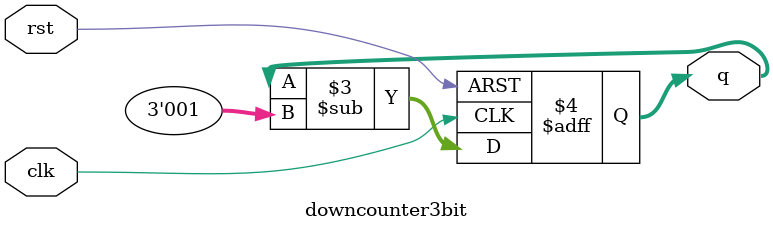
<source format=v>
module downcounter3bit (clk,rst,q);
    input clk,rst;
    output reg [2:0]q;

    always @(negedge rst, posedge clk)
    if (!rst)
    q=3'b000;
    else
    q= q - 3'b001;
endmodule
</source>
